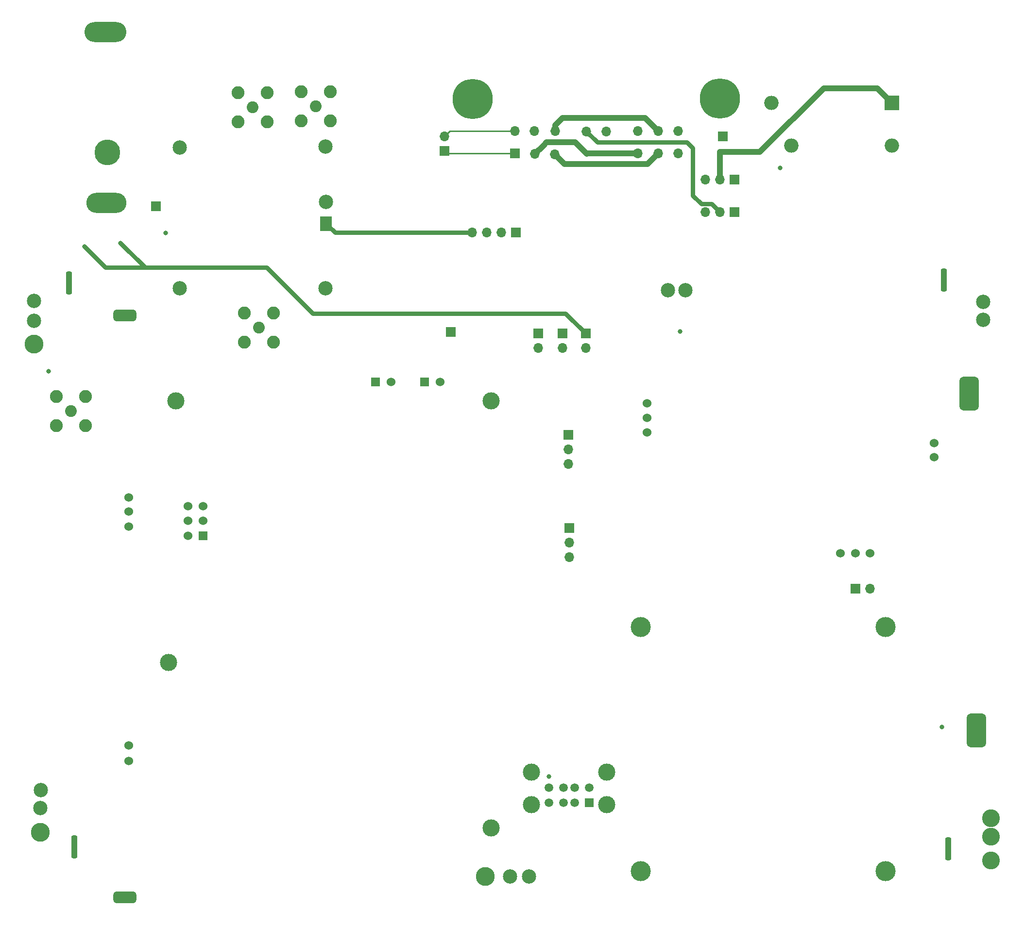
<source format=gbl>
G04 #@! TF.GenerationSoftware,KiCad,Pcbnew,(6.0.1)*
G04 #@! TF.CreationDate,2022-05-02T18:59:31-07:00*
G04 #@! TF.ProjectId,Motherboard,4d6f7468-6572-4626-9f61-72642e6b6963,rev?*
G04 #@! TF.SameCoordinates,Original*
G04 #@! TF.FileFunction,Copper,L4,Bot*
G04 #@! TF.FilePolarity,Positive*
%FSLAX46Y46*%
G04 Gerber Fmt 4.6, Leading zero omitted, Abs format (unit mm)*
G04 Created by KiCad (PCBNEW (6.0.1)) date 2022-05-02 18:59:31*
%MOMM*%
%LPD*%
G01*
G04 APERTURE LIST*
G04 Aperture macros list*
%AMRoundRect*
0 Rectangle with rounded corners*
0 $1 Rounding radius*
0 $2 $3 $4 $5 $6 $7 $8 $9 X,Y pos of 4 corners*
0 Add a 4 corners polygon primitive as box body*
4,1,4,$2,$3,$4,$5,$6,$7,$8,$9,$2,$3,0*
0 Add four circle primitives for the rounded corners*
1,1,$1+$1,$2,$3*
1,1,$1+$1,$4,$5*
1,1,$1+$1,$6,$7*
1,1,$1+$1,$8,$9*
0 Add four rect primitives between the rounded corners*
20,1,$1+$1,$2,$3,$4,$5,0*
20,1,$1+$1,$4,$5,$6,$7,0*
20,1,$1+$1,$6,$7,$8,$9,0*
20,1,$1+$1,$8,$9,$2,$3,0*%
G04 Aperture macros list end*
G04 #@! TA.AperFunction,ComponentPad*
%ADD10C,1.524000*%
G04 #@! TD*
G04 #@! TA.AperFunction,WasherPad*
%ADD11C,3.000000*%
G04 #@! TD*
G04 #@! TA.AperFunction,ComponentPad*
%ADD12R,1.524000X1.524000*%
G04 #@! TD*
G04 #@! TA.AperFunction,ComponentPad*
%ADD13C,2.500000*%
G04 #@! TD*
G04 #@! TA.AperFunction,ComponentPad*
%ADD14RoundRect,0.850000X-0.850000X-2.150000X0.850000X-2.150000X0.850000X2.150000X-0.850000X2.150000X0*%
G04 #@! TD*
G04 #@! TA.AperFunction,ComponentPad*
%ADD15C,3.300000*%
G04 #@! TD*
G04 #@! TA.AperFunction,ComponentPad*
%ADD16C,3.100000*%
G04 #@! TD*
G04 #@! TA.AperFunction,ComponentPad*
%ADD17RoundRect,0.850000X0.850000X2.150000X-0.850000X2.150000X-0.850000X-2.150000X0.850000X-2.150000X0*%
G04 #@! TD*
G04 #@! TA.AperFunction,ComponentPad*
%ADD18R,1.700000X1.700000*%
G04 #@! TD*
G04 #@! TA.AperFunction,ComponentPad*
%ADD19O,1.700000X1.700000*%
G04 #@! TD*
G04 #@! TA.AperFunction,ComponentPad*
%ADD20C,7.000000*%
G04 #@! TD*
G04 #@! TA.AperFunction,ComponentPad*
%ADD21C,2.050000*%
G04 #@! TD*
G04 #@! TA.AperFunction,ComponentPad*
%ADD22C,2.250000*%
G04 #@! TD*
G04 #@! TA.AperFunction,ComponentPad*
%ADD23R,2.500000X2.500000*%
G04 #@! TD*
G04 #@! TA.AperFunction,ComponentPad*
%ADD24O,2.500000X2.500000*%
G04 #@! TD*
G04 #@! TA.AperFunction,ComponentPad*
%ADD25RoundRect,0.500000X1.500000X-0.500000X1.500000X0.500000X-1.500000X0.500000X-1.500000X-0.500000X0*%
G04 #@! TD*
G04 #@! TA.AperFunction,ComponentPad*
%ADD26O,7.000000X3.500000*%
G04 #@! TD*
G04 #@! TA.AperFunction,ComponentPad*
%ADD27O,7.300000X3.500000*%
G04 #@! TD*
G04 #@! TA.AperFunction,ComponentPad*
%ADD28C,4.500000*%
G04 #@! TD*
G04 #@! TA.AperFunction,WasherPad*
%ADD29RoundRect,0.250000X-0.250000X-1.750000X0.250000X-1.750000X0.250000X1.750000X-0.250000X1.750000X0*%
G04 #@! TD*
G04 #@! TA.AperFunction,ComponentPad*
%ADD30R,1.500000X1.500000*%
G04 #@! TD*
G04 #@! TA.AperFunction,ComponentPad*
%ADD31C,1.500000*%
G04 #@! TD*
G04 #@! TA.AperFunction,ComponentPad*
%ADD32C,3.000000*%
G04 #@! TD*
G04 #@! TA.AperFunction,ComponentPad*
%ADD33C,3.500000*%
G04 #@! TD*
G04 #@! TA.AperFunction,WasherPad*
%ADD34C,2.500000*%
G04 #@! TD*
G04 #@! TA.AperFunction,ComponentPad*
%ADD35R,2.000000X2.500000*%
G04 #@! TD*
G04 #@! TA.AperFunction,ViaPad*
%ADD36C,0.800000*%
G04 #@! TD*
G04 #@! TA.AperFunction,Conductor*
%ADD37C,1.000000*%
G04 #@! TD*
G04 #@! TA.AperFunction,Conductor*
%ADD38C,0.250000*%
G04 #@! TD*
G04 #@! TA.AperFunction,Conductor*
%ADD39C,0.750000*%
G04 #@! TD*
G04 APERTURE END LIST*
D10*
X234745000Y-117755000D03*
X234745000Y-120355000D03*
X268495000Y-143955000D03*
X284845000Y-124705000D03*
X234745000Y-122855000D03*
X271095000Y-143955000D03*
X273595000Y-143955000D03*
X284845000Y-127205000D03*
D11*
X152650000Y-117355000D03*
X207550000Y-117355000D03*
X151350000Y-162955000D03*
X207550000Y-191855000D03*
D10*
X154750000Y-138255000D03*
X154750000Y-140855000D03*
X154750000Y-135755000D03*
X157350000Y-138255000D03*
D12*
X157350000Y-140855000D03*
D10*
X157350000Y-135755000D03*
X190110000Y-114055000D03*
D12*
X187410000Y-114055000D03*
D10*
X198710000Y-114055000D03*
D12*
X196010000Y-114055000D03*
D13*
X127895000Y-99950000D03*
D14*
X290895000Y-116050000D03*
D13*
X293395000Y-103250000D03*
X238395000Y-98050000D03*
X127895000Y-103350000D03*
X241495000Y-98063948D03*
D15*
X127895000Y-107450000D03*
D13*
X293395000Y-100050000D03*
D16*
X294700000Y-197550000D03*
D13*
X129000000Y-188350000D03*
D17*
X292200000Y-174850000D03*
D13*
X210900000Y-200350000D03*
X129100000Y-185250000D03*
D15*
X206600000Y-200350000D03*
X129000000Y-192650000D03*
D13*
X214204026Y-200350000D03*
D16*
X294700000Y-193350000D03*
X294700000Y-190150000D03*
D18*
X211700000Y-74167500D03*
D19*
X211700000Y-70287500D03*
X215250000Y-74237500D03*
X215150000Y-70287500D03*
X218700000Y-74337500D03*
X218750000Y-70287500D03*
X224200000Y-70337500D03*
X227700000Y-70387500D03*
X233200000Y-74137500D03*
X233200000Y-70237500D03*
X236700000Y-74137500D03*
X236700000Y-70237500D03*
X240200000Y-74187500D03*
X240200000Y-70237500D03*
D20*
X247450000Y-64637500D03*
X204400000Y-64687500D03*
D18*
X200600000Y-105300000D03*
D21*
X177000000Y-66000000D03*
D22*
X174460000Y-63460000D03*
X179540000Y-63460000D03*
X179540000Y-68540000D03*
X174460000Y-68540000D03*
D23*
X277407500Y-65342500D03*
D24*
X256407500Y-65342500D03*
X259907500Y-72842500D03*
X277407500Y-72842500D03*
D18*
X224075000Y-105600000D03*
D19*
X224075000Y-108140000D03*
D25*
X143755000Y-102450000D03*
X143755000Y-203950000D03*
D10*
X144455000Y-136680000D03*
X144455000Y-139280000D03*
X144455000Y-134180000D03*
X144455000Y-177450000D03*
X144455000Y-180150000D03*
D26*
X140567500Y-82800000D03*
D27*
X140367500Y-53000000D03*
D28*
X140667500Y-74000000D03*
D21*
X134366000Y-119126000D03*
D22*
X131826000Y-116586000D03*
X136906000Y-116586000D03*
X131826000Y-121666000D03*
X136906000Y-121666000D03*
D18*
X221050000Y-123250000D03*
D19*
X221050000Y-125790000D03*
X221050000Y-128330000D03*
D18*
X215775000Y-105600000D03*
D19*
X215775000Y-108140000D03*
D18*
X250000000Y-78750000D03*
D19*
X247460000Y-78750000D03*
X244920000Y-78750000D03*
D29*
X287250000Y-195500000D03*
D18*
X248000000Y-71250000D03*
D30*
X224670000Y-187450000D03*
D31*
X222170000Y-187450000D03*
X220170000Y-187450000D03*
X217670000Y-187450000D03*
X224670000Y-184830000D03*
X222170000Y-184830000D03*
X220170000Y-184830000D03*
X217670000Y-184830000D03*
D32*
X214600000Y-182120000D03*
X214600000Y-187800000D03*
X227740000Y-187800000D03*
X227740000Y-182120000D03*
D18*
X149200000Y-83400000D03*
D33*
X276300000Y-156800000D03*
D29*
X134950000Y-195200000D03*
D18*
X220075000Y-105600000D03*
D19*
X220075000Y-108140000D03*
D18*
X221225000Y-139575000D03*
D19*
X221225000Y-142115000D03*
X221225000Y-144655000D03*
D18*
X250000000Y-84400000D03*
D19*
X247460000Y-84400000D03*
X244920000Y-84400000D03*
D29*
X286500000Y-96250000D03*
D33*
X276300000Y-199400000D03*
D18*
X211900000Y-88000000D03*
D19*
X209360000Y-88000000D03*
X206820000Y-88000000D03*
X204280000Y-88000000D03*
D29*
X134050000Y-96750000D03*
D18*
X199475000Y-73750000D03*
D19*
X199475000Y-71210000D03*
D33*
X233700000Y-156800000D03*
D18*
X271100000Y-150125000D03*
D19*
X273640000Y-150125000D03*
D34*
X178732000Y-97729000D03*
X153332000Y-73129000D03*
X178732000Y-73029000D03*
X153332000Y-97729000D03*
D35*
X178832000Y-86429000D03*
D13*
X178832000Y-82629000D03*
D21*
X166032000Y-66129000D03*
D22*
X163492000Y-68669000D03*
X163492000Y-63589000D03*
X168572000Y-63589000D03*
X168572000Y-68669000D03*
D21*
X167132000Y-104559000D03*
D22*
X169672000Y-102019000D03*
X169672000Y-107099000D03*
X164592000Y-102019000D03*
X164592000Y-107099000D03*
D33*
X233700000Y-199400000D03*
D36*
X240500000Y-105250000D03*
X286150000Y-174250000D03*
X258000000Y-76750000D03*
X217670000Y-182920000D03*
X150900000Y-88100000D03*
X130500000Y-112200000D03*
X143000000Y-89800000D03*
X136700000Y-90400000D03*
D37*
X234837500Y-76000000D02*
X236700000Y-74137500D01*
X220362500Y-76000000D02*
X234837500Y-76000000D01*
X218700000Y-74337500D02*
X220362500Y-76000000D01*
X224362500Y-74137500D02*
X233200000Y-74137500D01*
X224250000Y-74250000D02*
X224362500Y-74137500D01*
X217250000Y-72250000D02*
X222250000Y-72250000D01*
X216712011Y-72787989D02*
X217250000Y-72250000D01*
X216699511Y-72787989D02*
X216712011Y-72787989D01*
X215250000Y-74237500D02*
X216699511Y-72787989D01*
X222250000Y-72250000D02*
X224250000Y-74250000D01*
D38*
X199892500Y-74167500D02*
X199475000Y-73750000D01*
X211700000Y-74167500D02*
X199892500Y-74167500D01*
X200397500Y-70287500D02*
X199475000Y-71210000D01*
X211700000Y-70287500D02*
X200397500Y-70287500D01*
D39*
X244225489Y-82975489D02*
X246035489Y-82975489D01*
X242750000Y-81500000D02*
X244225489Y-82975489D01*
X241750000Y-72250000D02*
X242750000Y-73250000D01*
X226112500Y-72250000D02*
X241750000Y-72250000D01*
X224200000Y-70337500D02*
X226112500Y-72250000D01*
X242750000Y-73250000D02*
X242750000Y-81500000D01*
D37*
X220000000Y-68000000D02*
X234462500Y-68000000D01*
X218750000Y-69250000D02*
X220000000Y-68000000D01*
X218750000Y-70287500D02*
X218750000Y-69250000D01*
X234462500Y-68000000D02*
X236700000Y-70237500D01*
D39*
X246035489Y-82975489D02*
X247460000Y-84400000D01*
D37*
X247460000Y-73960000D02*
X254440000Y-73960000D01*
X265600000Y-62800000D02*
X274865000Y-62800000D01*
X254440000Y-73960000D02*
X265600000Y-62800000D01*
X274865000Y-62800000D02*
X277407500Y-65342500D01*
X247460000Y-73960000D02*
X247460000Y-78750000D01*
D39*
X220575000Y-102100000D02*
X176500000Y-102100000D01*
X168500000Y-94100000D02*
X147300000Y-94100000D01*
X224075000Y-105600000D02*
X220575000Y-102100000D01*
X176500000Y-102100000D02*
X168500000Y-94100000D01*
X140400000Y-94100000D02*
X136700000Y-90400000D01*
X147300000Y-94100000D02*
X140400000Y-94100000D01*
X143000000Y-89800000D02*
X147300000Y-94100000D01*
X204280000Y-88000000D02*
X180403000Y-88000000D01*
X180403000Y-88000000D02*
X178832000Y-86429000D01*
M02*

</source>
